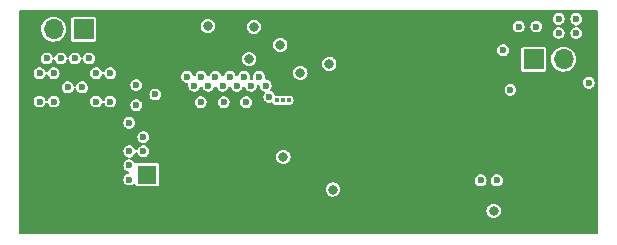
<source format=gbr>
%TF.GenerationSoftware,KiCad,Pcbnew,8.0.5*%
%TF.CreationDate,2024-10-12T15:51:15+02:00*%
%TF.ProjectId,DCDC_converter,44434443-5f63-46f6-9e76-65727465722e,rev?*%
%TF.SameCoordinates,Original*%
%TF.FileFunction,Copper,L2,Inr*%
%TF.FilePolarity,Positive*%
%FSLAX46Y46*%
G04 Gerber Fmt 4.6, Leading zero omitted, Abs format (unit mm)*
G04 Created by KiCad (PCBNEW 8.0.5) date 2024-10-12 15:51:15*
%MOMM*%
%LPD*%
G01*
G04 APERTURE LIST*
%TA.AperFunction,ComponentPad*%
%ADD10R,1.700000X1.700000*%
%TD*%
%TA.AperFunction,ComponentPad*%
%ADD11O,1.700000X1.700000*%
%TD*%
%TA.AperFunction,ComponentPad*%
%ADD12R,1.600000X1.600000*%
%TD*%
%TA.AperFunction,ComponentPad*%
%ADD13C,1.600000*%
%TD*%
%TA.AperFunction,ViaPad*%
%ADD14C,0.600000*%
%TD*%
%TA.AperFunction,ViaPad*%
%ADD15C,0.400000*%
%TD*%
%TA.AperFunction,ViaPad*%
%ADD16C,0.800000*%
%TD*%
G04 APERTURE END LIST*
D10*
%TO.N,GND*%
%TO.C,J4*%
X94037500Y-64830000D03*
D11*
X96577500Y-64830000D03*
%TD*%
D10*
%TO.N,+5V*%
%TO.C,J3*%
X94037500Y-54670000D03*
D11*
X96577500Y-54670000D03*
%TD*%
D12*
%TO.N,+24V*%
%TO.C,C1*%
X61317500Y-64440000D03*
D13*
%TO.N,GND*%
X63817500Y-64440000D03*
%TD*%
D10*
%TO.N,GND*%
%TO.C,J2*%
X55937500Y-67370000D03*
D11*
X53397500Y-67370000D03*
%TD*%
D10*
%TO.N,+24V*%
%TO.C,J1*%
X55937500Y-52130000D03*
D11*
X53397500Y-52130000D03*
%TD*%
D14*
%TO.N,GND*%
X67750000Y-64250000D03*
X51550000Y-61150000D03*
X65100000Y-53000000D03*
X70125000Y-60725000D03*
X75700000Y-51250000D03*
X56350000Y-62450000D03*
X62250000Y-68500000D03*
X56800000Y-64900000D03*
X68950000Y-61400000D03*
X71675000Y-60150000D03*
X64650000Y-68500000D03*
X69550000Y-62600000D03*
X92975000Y-59350000D03*
X67750000Y-66650000D03*
X60300000Y-53000000D03*
X84550000Y-68500000D03*
X63900000Y-51800000D03*
X53950000Y-63700000D03*
X57550000Y-61150000D03*
X75825000Y-60025000D03*
X96550000Y-59350000D03*
X81300000Y-66500000D03*
X94425000Y-61750000D03*
X81700000Y-51250000D03*
X85750000Y-68500000D03*
X57550000Y-63700000D03*
X71675000Y-59250000D03*
X66300000Y-66650000D03*
X94425000Y-59350000D03*
X83050000Y-52650000D03*
X52000000Y-64900000D03*
X55150000Y-61150000D03*
X79650000Y-54800000D03*
X98000000Y-59350000D03*
X98000000Y-61750000D03*
X62700000Y-53000000D03*
X71750000Y-68500000D03*
X94450000Y-68025000D03*
X81700000Y-54050000D03*
X61500000Y-51800000D03*
X65850000Y-68500000D03*
X85750000Y-66500000D03*
X52775000Y-62450000D03*
X76937500Y-60800000D03*
X61500000Y-54200000D03*
X63900000Y-54200000D03*
X67750000Y-61400000D03*
X80250000Y-52650000D03*
X84550000Y-66500000D03*
X66550000Y-61400000D03*
X96850000Y-68025000D03*
X67150000Y-62600000D03*
X76187500Y-61950000D03*
X85900000Y-54050000D03*
X51550000Y-63700000D03*
X66300000Y-64250000D03*
X85900000Y-51250000D03*
X68350000Y-62600000D03*
X74150000Y-68500000D03*
X67750000Y-65450000D03*
X53950000Y-61150000D03*
X80100000Y-66500000D03*
X66300000Y-65450000D03*
X81300000Y-68500000D03*
X96550000Y-61750000D03*
X78100000Y-51250000D03*
X55150000Y-63700000D03*
X61050000Y-68500000D03*
X70550000Y-68500000D03*
X80100000Y-68500000D03*
X92975000Y-61750000D03*
X75350000Y-68500000D03*
%TO.N,+24V*%
X59800000Y-63650000D03*
X60400000Y-56850000D03*
X61000000Y-61250000D03*
D15*
X72300000Y-58150000D03*
D14*
X71650000Y-57850000D03*
X52200000Y-55850000D03*
X69700000Y-58300000D03*
X65900000Y-56150000D03*
X69500000Y-56150000D03*
X68900000Y-56900000D03*
X67800000Y-58300000D03*
X70100000Y-56900000D03*
X60400000Y-58550000D03*
X67100000Y-56150000D03*
X53400000Y-58250000D03*
X58200000Y-55850000D03*
X55200000Y-54600000D03*
X52800000Y-54600000D03*
X57000000Y-55850000D03*
X57000000Y-58250000D03*
X71350000Y-56900000D03*
X67700000Y-56900000D03*
X54000000Y-54600000D03*
X65300000Y-56900000D03*
D15*
X73300000Y-58150000D03*
D14*
X52200000Y-58250000D03*
X68300000Y-56150000D03*
X70800000Y-56150000D03*
X59800000Y-62450000D03*
X58200000Y-58250000D03*
X53400000Y-55850000D03*
X64700000Y-56150000D03*
X56400000Y-54600000D03*
X65850000Y-58300000D03*
X54600000Y-57050000D03*
X62000000Y-57650000D03*
X66500000Y-56900000D03*
D15*
X72800000Y-58150000D03*
D14*
X59800000Y-60050000D03*
X59800000Y-64850000D03*
X61000000Y-62450000D03*
X55800000Y-57050000D03*
D16*
%TO.N,Net-(U1-EN)*%
X69950000Y-54650000D03*
X74287500Y-55837500D03*
%TO.N,VCC*%
X72850000Y-62950000D03*
X72587500Y-53450000D03*
X76737500Y-55050000D03*
D14*
%TO.N,+5V*%
X98700000Y-56650000D03*
X97650000Y-52450000D03*
X91450000Y-53900000D03*
X94275000Y-51900000D03*
X96150000Y-51250000D03*
X92075000Y-57250000D03*
D16*
X77037500Y-65700000D03*
D14*
X89550000Y-64925000D03*
X97650000Y-51250000D03*
X92775000Y-51900000D03*
X96150000Y-52450000D03*
X90925000Y-64925000D03*
D16*
X90650000Y-67500000D03*
%TO.N,Net-(D1-K)*%
X70337500Y-51912500D03*
X66450000Y-51850000D03*
%TD*%
%TA.AperFunction,Conductor*%
%TO.N,GND*%
G36*
X99442539Y-50520185D02*
G01*
X99488294Y-50572989D01*
X99499500Y-50624500D01*
X99499500Y-69375500D01*
X99479815Y-69442539D01*
X99427011Y-69488294D01*
X99375500Y-69499500D01*
X50624500Y-69499500D01*
X50557461Y-69479815D01*
X50511706Y-69427011D01*
X50500500Y-69375500D01*
X50500500Y-67499998D01*
X90044318Y-67499998D01*
X90044318Y-67500001D01*
X90064955Y-67656760D01*
X90064956Y-67656762D01*
X90125464Y-67802841D01*
X90221718Y-67928282D01*
X90347159Y-68024536D01*
X90493238Y-68085044D01*
X90571619Y-68095363D01*
X90649999Y-68105682D01*
X90650000Y-68105682D01*
X90650001Y-68105682D01*
X90702254Y-68098802D01*
X90806762Y-68085044D01*
X90952841Y-68024536D01*
X91078282Y-67928282D01*
X91174536Y-67802841D01*
X91235044Y-67656762D01*
X91255682Y-67500000D01*
X91235044Y-67343238D01*
X91174536Y-67197159D01*
X91078282Y-67071718D01*
X90952841Y-66975464D01*
X90806762Y-66914956D01*
X90806760Y-66914955D01*
X90650001Y-66894318D01*
X90649999Y-66894318D01*
X90493239Y-66914955D01*
X90493237Y-66914956D01*
X90347160Y-66975463D01*
X90221718Y-67071718D01*
X90125463Y-67197160D01*
X90064956Y-67343237D01*
X90064955Y-67343239D01*
X90044318Y-67499998D01*
X50500500Y-67499998D01*
X50500500Y-65699998D01*
X76431818Y-65699998D01*
X76431818Y-65700001D01*
X76452455Y-65856760D01*
X76452456Y-65856762D01*
X76512964Y-66002841D01*
X76609218Y-66128282D01*
X76734659Y-66224536D01*
X76880738Y-66285044D01*
X76959119Y-66295363D01*
X77037499Y-66305682D01*
X77037500Y-66305682D01*
X77037501Y-66305682D01*
X77089754Y-66298802D01*
X77194262Y-66285044D01*
X77340341Y-66224536D01*
X77465782Y-66128282D01*
X77562036Y-66002841D01*
X77622544Y-65856762D01*
X77643182Y-65700000D01*
X77622544Y-65543238D01*
X77562036Y-65397159D01*
X77465782Y-65271718D01*
X77340341Y-65175464D01*
X77194262Y-65114956D01*
X77194260Y-65114955D01*
X77037501Y-65094318D01*
X77037499Y-65094318D01*
X76880739Y-65114955D01*
X76880737Y-65114956D01*
X76734660Y-65175463D01*
X76609218Y-65271718D01*
X76512963Y-65397160D01*
X76452456Y-65543237D01*
X76452455Y-65543239D01*
X76431818Y-65699998D01*
X50500500Y-65699998D01*
X50500500Y-62450000D01*
X59294353Y-62450000D01*
X59314834Y-62592456D01*
X59339817Y-62647160D01*
X59374623Y-62723373D01*
X59468872Y-62832143D01*
X59546683Y-62882148D01*
X59589948Y-62909954D01*
X59661704Y-62931023D01*
X59720482Y-62968797D01*
X59749507Y-63032353D01*
X59739563Y-63101511D01*
X59693809Y-63154315D01*
X59661704Y-63168977D01*
X59589948Y-63190045D01*
X59468873Y-63267856D01*
X59374623Y-63376626D01*
X59374622Y-63376628D01*
X59314834Y-63507543D01*
X59294353Y-63650000D01*
X59314834Y-63792456D01*
X59374622Y-63923371D01*
X59374623Y-63923373D01*
X59468872Y-64032143D01*
X59546683Y-64082148D01*
X59589948Y-64109954D01*
X59661704Y-64131023D01*
X59720482Y-64168797D01*
X59749507Y-64232353D01*
X59739563Y-64301511D01*
X59693809Y-64354315D01*
X59661704Y-64368977D01*
X59589948Y-64390045D01*
X59468873Y-64467856D01*
X59374623Y-64576626D01*
X59374622Y-64576628D01*
X59314834Y-64707543D01*
X59294353Y-64850000D01*
X59314834Y-64992456D01*
X59370779Y-65114956D01*
X59374623Y-65123373D01*
X59468872Y-65232143D01*
X59589947Y-65309953D01*
X59589950Y-65309954D01*
X59589949Y-65309954D01*
X59728036Y-65350499D01*
X59728038Y-65350500D01*
X59728039Y-65350500D01*
X59871962Y-65350500D01*
X59871962Y-65350499D01*
X60010050Y-65309954D01*
X60010051Y-65309954D01*
X60010053Y-65309953D01*
X60131128Y-65232143D01*
X60131129Y-65232140D01*
X60137920Y-65227777D01*
X60204959Y-65208092D01*
X60271999Y-65227776D01*
X60317754Y-65280580D01*
X60326577Y-65307898D01*
X60328632Y-65318230D01*
X60372947Y-65384552D01*
X60439269Y-65428867D01*
X60439270Y-65428868D01*
X60497747Y-65440499D01*
X60497750Y-65440500D01*
X60497752Y-65440500D01*
X62137250Y-65440500D01*
X62137251Y-65440499D01*
X62152068Y-65437552D01*
X62195729Y-65428868D01*
X62195729Y-65428867D01*
X62195731Y-65428867D01*
X62262052Y-65384552D01*
X62306367Y-65318231D01*
X62306367Y-65318229D01*
X62306368Y-65318229D01*
X62317999Y-65259752D01*
X62318000Y-65259750D01*
X62318000Y-64925000D01*
X89044353Y-64925000D01*
X89064834Y-65067456D01*
X89086527Y-65114956D01*
X89124623Y-65198373D01*
X89218872Y-65307143D01*
X89339947Y-65384953D01*
X89339950Y-65384954D01*
X89339949Y-65384954D01*
X89478036Y-65425499D01*
X89478038Y-65425500D01*
X89478039Y-65425500D01*
X89621962Y-65425500D01*
X89621962Y-65425499D01*
X89760053Y-65384953D01*
X89881128Y-65307143D01*
X89975377Y-65198373D01*
X90035165Y-65067457D01*
X90055647Y-64925000D01*
X90419353Y-64925000D01*
X90439834Y-65067456D01*
X90461527Y-65114956D01*
X90499623Y-65198373D01*
X90593872Y-65307143D01*
X90714947Y-65384953D01*
X90714950Y-65384954D01*
X90714949Y-65384954D01*
X90853036Y-65425499D01*
X90853038Y-65425500D01*
X90853039Y-65425500D01*
X90996962Y-65425500D01*
X90996962Y-65425499D01*
X91135053Y-65384953D01*
X91256128Y-65307143D01*
X91350377Y-65198373D01*
X91410165Y-65067457D01*
X91430647Y-64925000D01*
X91410165Y-64782543D01*
X91350377Y-64651627D01*
X91256128Y-64542857D01*
X91135053Y-64465047D01*
X91135051Y-64465046D01*
X91135049Y-64465045D01*
X91135050Y-64465045D01*
X90996963Y-64424500D01*
X90996961Y-64424500D01*
X90853039Y-64424500D01*
X90853036Y-64424500D01*
X90714949Y-64465045D01*
X90593873Y-64542856D01*
X90499623Y-64651626D01*
X90499622Y-64651628D01*
X90439834Y-64782543D01*
X90419353Y-64925000D01*
X90055647Y-64925000D01*
X90035165Y-64782543D01*
X89975377Y-64651627D01*
X89881128Y-64542857D01*
X89760053Y-64465047D01*
X89760051Y-64465046D01*
X89760049Y-64465045D01*
X89760050Y-64465045D01*
X89621963Y-64424500D01*
X89621961Y-64424500D01*
X89478039Y-64424500D01*
X89478036Y-64424500D01*
X89339949Y-64465045D01*
X89218873Y-64542856D01*
X89124623Y-64651626D01*
X89124622Y-64651628D01*
X89064834Y-64782543D01*
X89044353Y-64925000D01*
X62318000Y-64925000D01*
X62318000Y-63620249D01*
X62317999Y-63620247D01*
X62306368Y-63561770D01*
X62306367Y-63561769D01*
X62262052Y-63495447D01*
X62195730Y-63451132D01*
X62195729Y-63451131D01*
X62137252Y-63439500D01*
X62137248Y-63439500D01*
X60497752Y-63439500D01*
X60497747Y-63439500D01*
X60439270Y-63451131D01*
X60439267Y-63451133D01*
X60422607Y-63462265D01*
X60355929Y-63483141D01*
X60288550Y-63464655D01*
X60241861Y-63412675D01*
X60240966Y-63410762D01*
X60225377Y-63376627D01*
X60131128Y-63267857D01*
X60010053Y-63190047D01*
X60010051Y-63190046D01*
X60010049Y-63190045D01*
X60010050Y-63190045D01*
X59938296Y-63168977D01*
X59879518Y-63131203D01*
X59850492Y-63067648D01*
X59860435Y-62998489D01*
X59906190Y-62945685D01*
X59938296Y-62931023D01*
X60010050Y-62909954D01*
X60010050Y-62909953D01*
X60010053Y-62909953D01*
X60131128Y-62832143D01*
X60225377Y-62723373D01*
X60285165Y-62592457D01*
X60285165Y-62592455D01*
X60287206Y-62587987D01*
X60332961Y-62535183D01*
X60400000Y-62515499D01*
X60467040Y-62535184D01*
X60512794Y-62587987D01*
X60514834Y-62592455D01*
X60514835Y-62592457D01*
X60574623Y-62723373D01*
X60668872Y-62832143D01*
X60789947Y-62909953D01*
X60789950Y-62909954D01*
X60789949Y-62909954D01*
X60897107Y-62941417D01*
X60926336Y-62950000D01*
X60928036Y-62950499D01*
X60928038Y-62950500D01*
X60928039Y-62950500D01*
X61071962Y-62950500D01*
X61071962Y-62950499D01*
X61073668Y-62949998D01*
X72244318Y-62949998D01*
X72244318Y-62950001D01*
X72264955Y-63106760D01*
X72264956Y-63106762D01*
X72325464Y-63252841D01*
X72421718Y-63378282D01*
X72547159Y-63474536D01*
X72693238Y-63535044D01*
X72771619Y-63545363D01*
X72849999Y-63555682D01*
X72850000Y-63555682D01*
X72850001Y-63555682D01*
X72902254Y-63548802D01*
X73006762Y-63535044D01*
X73152841Y-63474536D01*
X73278282Y-63378282D01*
X73374536Y-63252841D01*
X73435044Y-63106762D01*
X73455682Y-62950000D01*
X73435044Y-62793238D01*
X73374536Y-62647159D01*
X73278282Y-62521718D01*
X73152841Y-62425464D01*
X73006762Y-62364956D01*
X73006760Y-62364955D01*
X72850001Y-62344318D01*
X72849999Y-62344318D01*
X72693239Y-62364955D01*
X72693237Y-62364956D01*
X72547160Y-62425463D01*
X72421718Y-62521718D01*
X72325463Y-62647160D01*
X72264956Y-62793237D01*
X72264955Y-62793239D01*
X72244318Y-62949998D01*
X61073668Y-62949998D01*
X61210053Y-62909953D01*
X61331128Y-62832143D01*
X61425377Y-62723373D01*
X61485165Y-62592457D01*
X61505647Y-62450000D01*
X61485165Y-62307543D01*
X61425377Y-62176627D01*
X61331128Y-62067857D01*
X61210053Y-61990047D01*
X61210051Y-61990046D01*
X61210049Y-61990045D01*
X61210050Y-61990045D01*
X61138296Y-61968977D01*
X61079518Y-61931203D01*
X61050492Y-61867648D01*
X61060435Y-61798489D01*
X61106190Y-61745685D01*
X61138296Y-61731023D01*
X61210050Y-61709954D01*
X61210050Y-61709953D01*
X61210053Y-61709953D01*
X61331128Y-61632143D01*
X61425377Y-61523373D01*
X61485165Y-61392457D01*
X61505647Y-61250000D01*
X61485165Y-61107543D01*
X61425377Y-60976627D01*
X61331128Y-60867857D01*
X61210053Y-60790047D01*
X61210051Y-60790046D01*
X61210049Y-60790045D01*
X61210050Y-60790045D01*
X61071963Y-60749500D01*
X61071961Y-60749500D01*
X60928039Y-60749500D01*
X60928036Y-60749500D01*
X60789949Y-60790045D01*
X60668873Y-60867856D01*
X60574623Y-60976626D01*
X60574622Y-60976628D01*
X60514834Y-61107543D01*
X60494353Y-61250000D01*
X60514834Y-61392456D01*
X60574622Y-61523371D01*
X60574623Y-61523373D01*
X60668872Y-61632143D01*
X60746683Y-61682148D01*
X60789948Y-61709954D01*
X60861704Y-61731023D01*
X60920482Y-61768797D01*
X60949507Y-61832353D01*
X60939563Y-61901511D01*
X60893809Y-61954315D01*
X60861704Y-61968977D01*
X60789948Y-61990045D01*
X60668873Y-62067856D01*
X60574623Y-62176626D01*
X60574622Y-62176628D01*
X60512794Y-62312012D01*
X60467039Y-62364816D01*
X60400000Y-62384500D01*
X60332960Y-62364815D01*
X60287206Y-62312012D01*
X60225377Y-62176628D01*
X60225376Y-62176626D01*
X60131128Y-62067857D01*
X60010053Y-61990047D01*
X60010051Y-61990046D01*
X60010049Y-61990045D01*
X60010050Y-61990045D01*
X59871963Y-61949500D01*
X59871961Y-61949500D01*
X59728039Y-61949500D01*
X59728036Y-61949500D01*
X59589949Y-61990045D01*
X59468873Y-62067856D01*
X59374623Y-62176626D01*
X59374622Y-62176628D01*
X59314834Y-62307543D01*
X59294353Y-62450000D01*
X50500500Y-62450000D01*
X50500500Y-60050000D01*
X59294353Y-60050000D01*
X59314834Y-60192456D01*
X59374622Y-60323371D01*
X59374623Y-60323373D01*
X59468872Y-60432143D01*
X59589947Y-60509953D01*
X59589950Y-60509954D01*
X59589949Y-60509954D01*
X59728036Y-60550499D01*
X59728038Y-60550500D01*
X59728039Y-60550500D01*
X59871962Y-60550500D01*
X59871962Y-60550499D01*
X60010053Y-60509953D01*
X60131128Y-60432143D01*
X60225377Y-60323373D01*
X60285165Y-60192457D01*
X60305647Y-60050000D01*
X60285165Y-59907543D01*
X60225377Y-59776627D01*
X60131128Y-59667857D01*
X60010053Y-59590047D01*
X60010051Y-59590046D01*
X60010049Y-59590045D01*
X60010050Y-59590045D01*
X59871963Y-59549500D01*
X59871961Y-59549500D01*
X59728039Y-59549500D01*
X59728036Y-59549500D01*
X59589949Y-59590045D01*
X59468873Y-59667856D01*
X59374623Y-59776626D01*
X59374622Y-59776628D01*
X59314834Y-59907543D01*
X59294353Y-60050000D01*
X50500500Y-60050000D01*
X50500500Y-58250000D01*
X51694353Y-58250000D01*
X51714834Y-58392456D01*
X51753924Y-58478050D01*
X51774623Y-58523373D01*
X51868872Y-58632143D01*
X51989947Y-58709953D01*
X51989950Y-58709954D01*
X51989949Y-58709954D01*
X52128036Y-58750499D01*
X52128038Y-58750500D01*
X52128039Y-58750500D01*
X52271962Y-58750500D01*
X52271962Y-58750499D01*
X52410053Y-58709953D01*
X52531128Y-58632143D01*
X52625377Y-58523373D01*
X52685165Y-58392457D01*
X52685165Y-58392455D01*
X52687206Y-58387987D01*
X52732961Y-58335183D01*
X52800000Y-58315499D01*
X52867040Y-58335184D01*
X52912794Y-58387987D01*
X52914834Y-58392455D01*
X52914835Y-58392457D01*
X52974623Y-58523373D01*
X53068872Y-58632143D01*
X53189947Y-58709953D01*
X53189950Y-58709954D01*
X53189949Y-58709954D01*
X53328036Y-58750499D01*
X53328038Y-58750500D01*
X53328039Y-58750500D01*
X53471962Y-58750500D01*
X53471962Y-58750499D01*
X53610053Y-58709953D01*
X53731128Y-58632143D01*
X53825377Y-58523373D01*
X53885165Y-58392457D01*
X53905647Y-58250000D01*
X56494353Y-58250000D01*
X56514834Y-58392456D01*
X56553924Y-58478050D01*
X56574623Y-58523373D01*
X56668872Y-58632143D01*
X56789947Y-58709953D01*
X56789950Y-58709954D01*
X56789949Y-58709954D01*
X56928036Y-58750499D01*
X56928038Y-58750500D01*
X56928039Y-58750500D01*
X57071962Y-58750500D01*
X57071962Y-58750499D01*
X57210053Y-58709953D01*
X57331128Y-58632143D01*
X57425377Y-58523373D01*
X57485165Y-58392457D01*
X57485165Y-58392455D01*
X57487206Y-58387987D01*
X57532961Y-58335183D01*
X57600000Y-58315499D01*
X57667040Y-58335184D01*
X57712794Y-58387987D01*
X57714834Y-58392455D01*
X57714835Y-58392457D01*
X57774623Y-58523373D01*
X57868872Y-58632143D01*
X57989947Y-58709953D01*
X57989950Y-58709954D01*
X57989949Y-58709954D01*
X58128036Y-58750499D01*
X58128038Y-58750500D01*
X58128039Y-58750500D01*
X58271962Y-58750500D01*
X58271962Y-58750499D01*
X58410053Y-58709953D01*
X58531128Y-58632143D01*
X58602305Y-58550000D01*
X59894353Y-58550000D01*
X59914834Y-58692456D01*
X59945660Y-58759954D01*
X59974623Y-58823373D01*
X60068872Y-58932143D01*
X60189947Y-59009953D01*
X60189950Y-59009954D01*
X60189949Y-59009954D01*
X60328036Y-59050499D01*
X60328038Y-59050500D01*
X60328039Y-59050500D01*
X60471962Y-59050500D01*
X60471962Y-59050499D01*
X60610053Y-59009953D01*
X60731128Y-58932143D01*
X60825377Y-58823373D01*
X60885165Y-58692457D01*
X60905647Y-58550000D01*
X60885165Y-58407543D01*
X60836051Y-58300000D01*
X65344353Y-58300000D01*
X65364834Y-58442456D01*
X65407393Y-58535646D01*
X65424623Y-58573373D01*
X65518872Y-58682143D01*
X65639947Y-58759953D01*
X65639950Y-58759954D01*
X65639949Y-58759954D01*
X65778036Y-58800499D01*
X65778038Y-58800500D01*
X65778039Y-58800500D01*
X65921962Y-58800500D01*
X65921962Y-58800499D01*
X66060053Y-58759953D01*
X66181128Y-58682143D01*
X66275377Y-58573373D01*
X66335165Y-58442457D01*
X66355647Y-58300000D01*
X67294353Y-58300000D01*
X67314834Y-58442456D01*
X67357393Y-58535646D01*
X67374623Y-58573373D01*
X67468872Y-58682143D01*
X67589947Y-58759953D01*
X67589950Y-58759954D01*
X67589949Y-58759954D01*
X67728036Y-58800499D01*
X67728038Y-58800500D01*
X67728039Y-58800500D01*
X67871962Y-58800500D01*
X67871962Y-58800499D01*
X68010053Y-58759953D01*
X68131128Y-58682143D01*
X68225377Y-58573373D01*
X68285165Y-58442457D01*
X68305647Y-58300000D01*
X69194353Y-58300000D01*
X69214834Y-58442456D01*
X69257393Y-58535646D01*
X69274623Y-58573373D01*
X69368872Y-58682143D01*
X69489947Y-58759953D01*
X69489950Y-58759954D01*
X69489949Y-58759954D01*
X69628036Y-58800499D01*
X69628038Y-58800500D01*
X69628039Y-58800500D01*
X69771962Y-58800500D01*
X69771962Y-58800499D01*
X69910053Y-58759953D01*
X70031128Y-58682143D01*
X70125377Y-58573373D01*
X70185165Y-58442457D01*
X70205647Y-58300000D01*
X70185165Y-58157543D01*
X70125377Y-58026627D01*
X70031128Y-57917857D01*
X69910053Y-57840047D01*
X69910051Y-57840046D01*
X69910049Y-57840045D01*
X69910050Y-57840045D01*
X69771963Y-57799500D01*
X69771961Y-57799500D01*
X69628039Y-57799500D01*
X69628036Y-57799500D01*
X69489949Y-57840045D01*
X69368873Y-57917856D01*
X69274623Y-58026626D01*
X69274622Y-58026628D01*
X69214834Y-58157543D01*
X69194353Y-58300000D01*
X68305647Y-58300000D01*
X68285165Y-58157543D01*
X68225377Y-58026627D01*
X68131128Y-57917857D01*
X68010053Y-57840047D01*
X68010051Y-57840046D01*
X68010049Y-57840045D01*
X68010050Y-57840045D01*
X67871963Y-57799500D01*
X67871961Y-57799500D01*
X67728039Y-57799500D01*
X67728036Y-57799500D01*
X67589949Y-57840045D01*
X67468873Y-57917856D01*
X67374623Y-58026626D01*
X67374622Y-58026628D01*
X67314834Y-58157543D01*
X67294353Y-58300000D01*
X66355647Y-58300000D01*
X66335165Y-58157543D01*
X66275377Y-58026627D01*
X66181128Y-57917857D01*
X66060053Y-57840047D01*
X66060051Y-57840046D01*
X66060049Y-57840045D01*
X66060050Y-57840045D01*
X65921963Y-57799500D01*
X65921961Y-57799500D01*
X65778039Y-57799500D01*
X65778036Y-57799500D01*
X65639949Y-57840045D01*
X65518873Y-57917856D01*
X65424623Y-58026626D01*
X65424622Y-58026628D01*
X65364834Y-58157543D01*
X65344353Y-58300000D01*
X60836051Y-58300000D01*
X60825377Y-58276627D01*
X60731128Y-58167857D01*
X60610053Y-58090047D01*
X60610051Y-58090046D01*
X60610049Y-58090045D01*
X60610050Y-58090045D01*
X60471963Y-58049500D01*
X60471961Y-58049500D01*
X60328039Y-58049500D01*
X60328036Y-58049500D01*
X60189949Y-58090045D01*
X60068873Y-58167856D01*
X59974623Y-58276626D01*
X59974622Y-58276628D01*
X59914834Y-58407543D01*
X59894353Y-58550000D01*
X58602305Y-58550000D01*
X58625377Y-58523373D01*
X58685165Y-58392457D01*
X58705647Y-58250000D01*
X58685165Y-58107543D01*
X58625377Y-57976627D01*
X58531128Y-57867857D01*
X58410053Y-57790047D01*
X58410051Y-57790046D01*
X58410049Y-57790045D01*
X58410050Y-57790045D01*
X58271963Y-57749500D01*
X58271961Y-57749500D01*
X58128039Y-57749500D01*
X58128036Y-57749500D01*
X57989949Y-57790045D01*
X57868873Y-57867856D01*
X57774623Y-57976626D01*
X57774622Y-57976628D01*
X57712794Y-58112012D01*
X57667039Y-58164816D01*
X57600000Y-58184500D01*
X57532960Y-58164815D01*
X57487206Y-58112012D01*
X57458657Y-58049500D01*
X57425377Y-57976627D01*
X57331128Y-57867857D01*
X57210053Y-57790047D01*
X57210051Y-57790046D01*
X57210049Y-57790045D01*
X57210050Y-57790045D01*
X57071963Y-57749500D01*
X57071961Y-57749500D01*
X56928039Y-57749500D01*
X56928036Y-57749500D01*
X56789949Y-57790045D01*
X56668873Y-57867856D01*
X56574623Y-57976626D01*
X56574622Y-57976628D01*
X56514834Y-58107543D01*
X56494353Y-58250000D01*
X53905647Y-58250000D01*
X53885165Y-58107543D01*
X53825377Y-57976627D01*
X53731128Y-57867857D01*
X53610053Y-57790047D01*
X53610051Y-57790046D01*
X53610049Y-57790045D01*
X53610050Y-57790045D01*
X53471963Y-57749500D01*
X53471961Y-57749500D01*
X53328039Y-57749500D01*
X53328036Y-57749500D01*
X53189949Y-57790045D01*
X53068873Y-57867856D01*
X52974623Y-57976626D01*
X52974622Y-57976628D01*
X52912794Y-58112012D01*
X52867039Y-58164816D01*
X52800000Y-58184500D01*
X52732960Y-58164815D01*
X52687206Y-58112012D01*
X52658657Y-58049500D01*
X52625377Y-57976627D01*
X52531128Y-57867857D01*
X52410053Y-57790047D01*
X52410051Y-57790046D01*
X52410049Y-57790045D01*
X52410050Y-57790045D01*
X52271963Y-57749500D01*
X52271961Y-57749500D01*
X52128039Y-57749500D01*
X52128036Y-57749500D01*
X51989949Y-57790045D01*
X51868873Y-57867856D01*
X51774623Y-57976626D01*
X51774622Y-57976628D01*
X51714834Y-58107543D01*
X51694353Y-58250000D01*
X50500500Y-58250000D01*
X50500500Y-57650000D01*
X61494353Y-57650000D01*
X61514834Y-57792456D01*
X61541114Y-57850000D01*
X61574623Y-57923373D01*
X61668872Y-58032143D01*
X61789947Y-58109953D01*
X61789950Y-58109954D01*
X61789949Y-58109954D01*
X61897107Y-58141417D01*
X61926346Y-58150003D01*
X61928036Y-58150499D01*
X61928038Y-58150500D01*
X61928039Y-58150500D01*
X62071962Y-58150500D01*
X62071962Y-58150499D01*
X62210053Y-58109953D01*
X62331128Y-58032143D01*
X62425377Y-57923373D01*
X62485165Y-57792457D01*
X62505647Y-57650000D01*
X62485165Y-57507543D01*
X62425377Y-57376627D01*
X62331128Y-57267857D01*
X62210053Y-57190047D01*
X62210051Y-57190046D01*
X62210049Y-57190045D01*
X62210050Y-57190045D01*
X62071963Y-57149500D01*
X62071961Y-57149500D01*
X61928039Y-57149500D01*
X61928036Y-57149500D01*
X61789949Y-57190045D01*
X61668873Y-57267856D01*
X61574623Y-57376626D01*
X61574622Y-57376628D01*
X61514834Y-57507543D01*
X61494353Y-57650000D01*
X50500500Y-57650000D01*
X50500500Y-57050000D01*
X54094353Y-57050000D01*
X54114834Y-57192456D01*
X54168494Y-57309953D01*
X54174623Y-57323373D01*
X54268872Y-57432143D01*
X54389947Y-57509953D01*
X54389950Y-57509954D01*
X54389949Y-57509954D01*
X54528036Y-57550499D01*
X54528038Y-57550500D01*
X54528039Y-57550500D01*
X54671962Y-57550500D01*
X54671962Y-57550499D01*
X54810053Y-57509953D01*
X54931128Y-57432143D01*
X55025377Y-57323373D01*
X55085165Y-57192457D01*
X55085165Y-57192455D01*
X55087206Y-57187987D01*
X55132961Y-57135183D01*
X55200000Y-57115499D01*
X55267040Y-57135184D01*
X55312794Y-57187987D01*
X55314834Y-57192455D01*
X55314835Y-57192457D01*
X55374623Y-57323373D01*
X55468872Y-57432143D01*
X55589947Y-57509953D01*
X55589950Y-57509954D01*
X55589949Y-57509954D01*
X55728036Y-57550499D01*
X55728038Y-57550500D01*
X55728039Y-57550500D01*
X55871962Y-57550500D01*
X55871962Y-57550499D01*
X56010053Y-57509953D01*
X56131128Y-57432143D01*
X56225377Y-57323373D01*
X56285165Y-57192457D01*
X56305647Y-57050000D01*
X56285165Y-56907543D01*
X56258886Y-56850000D01*
X59894353Y-56850000D01*
X59914834Y-56992456D01*
X59968494Y-57109953D01*
X59974623Y-57123373D01*
X60068872Y-57232143D01*
X60189947Y-57309953D01*
X60189950Y-57309954D01*
X60189949Y-57309954D01*
X60297107Y-57341417D01*
X60324633Y-57349500D01*
X60328036Y-57350499D01*
X60328038Y-57350500D01*
X60328039Y-57350500D01*
X60471962Y-57350500D01*
X60471962Y-57350499D01*
X60610053Y-57309953D01*
X60731128Y-57232143D01*
X60825377Y-57123373D01*
X60885165Y-56992457D01*
X60905647Y-56850000D01*
X60885165Y-56707543D01*
X60825377Y-56576627D01*
X60731128Y-56467857D01*
X60610053Y-56390047D01*
X60610051Y-56390046D01*
X60610049Y-56390045D01*
X60610050Y-56390045D01*
X60471963Y-56349500D01*
X60471961Y-56349500D01*
X60328039Y-56349500D01*
X60328036Y-56349500D01*
X60189949Y-56390045D01*
X60068873Y-56467856D01*
X59974623Y-56576626D01*
X59974622Y-56576628D01*
X59914834Y-56707543D01*
X59894353Y-56850000D01*
X56258886Y-56850000D01*
X56225377Y-56776627D01*
X56131128Y-56667857D01*
X56010053Y-56590047D01*
X56010051Y-56590046D01*
X56010049Y-56590045D01*
X56010050Y-56590045D01*
X55871963Y-56549500D01*
X55871961Y-56549500D01*
X55728039Y-56549500D01*
X55728036Y-56549500D01*
X55589949Y-56590045D01*
X55468873Y-56667856D01*
X55374623Y-56776626D01*
X55374622Y-56776628D01*
X55312794Y-56912012D01*
X55267039Y-56964816D01*
X55200000Y-56984500D01*
X55132960Y-56964815D01*
X55087206Y-56912012D01*
X55058886Y-56850000D01*
X55025377Y-56776627D01*
X54931128Y-56667857D01*
X54810053Y-56590047D01*
X54810051Y-56590046D01*
X54810049Y-56590045D01*
X54810050Y-56590045D01*
X54671963Y-56549500D01*
X54671961Y-56549500D01*
X54528039Y-56549500D01*
X54528036Y-56549500D01*
X54389949Y-56590045D01*
X54268873Y-56667856D01*
X54174623Y-56776626D01*
X54174622Y-56776628D01*
X54114834Y-56907543D01*
X54094353Y-57050000D01*
X50500500Y-57050000D01*
X50500500Y-55850000D01*
X51694353Y-55850000D01*
X51714834Y-55992456D01*
X51756870Y-56084500D01*
X51774623Y-56123373D01*
X51868872Y-56232143D01*
X51989947Y-56309953D01*
X51989950Y-56309954D01*
X51989949Y-56309954D01*
X52097107Y-56341417D01*
X52124633Y-56349500D01*
X52128036Y-56350499D01*
X52128038Y-56350500D01*
X52128039Y-56350500D01*
X52271962Y-56350500D01*
X52271962Y-56350499D01*
X52410053Y-56309953D01*
X52531128Y-56232143D01*
X52625377Y-56123373D01*
X52685165Y-55992457D01*
X52685165Y-55992455D01*
X52687206Y-55987987D01*
X52732961Y-55935183D01*
X52800000Y-55915499D01*
X52867040Y-55935184D01*
X52912794Y-55987987D01*
X52914834Y-55992455D01*
X52914835Y-55992457D01*
X52974623Y-56123373D01*
X53068872Y-56232143D01*
X53189947Y-56309953D01*
X53189950Y-56309954D01*
X53189949Y-56309954D01*
X53297107Y-56341417D01*
X53324633Y-56349500D01*
X53328036Y-56350499D01*
X53328038Y-56350500D01*
X53328039Y-56350500D01*
X53471962Y-56350500D01*
X53471962Y-56350499D01*
X53610053Y-56309953D01*
X53731128Y-56232143D01*
X53825377Y-56123373D01*
X53885165Y-55992457D01*
X53905647Y-55850000D01*
X56494353Y-55850000D01*
X56514834Y-55992456D01*
X56556870Y-56084500D01*
X56574623Y-56123373D01*
X56668872Y-56232143D01*
X56789947Y-56309953D01*
X56789950Y-56309954D01*
X56789949Y-56309954D01*
X56897107Y-56341417D01*
X56924633Y-56349500D01*
X56928036Y-56350499D01*
X56928038Y-56350500D01*
X56928039Y-56350500D01*
X57071962Y-56350500D01*
X57071962Y-56350499D01*
X57210053Y-56309953D01*
X57331128Y-56232143D01*
X57425377Y-56123373D01*
X57485165Y-55992457D01*
X57485165Y-55992455D01*
X57487206Y-55987987D01*
X57532961Y-55935183D01*
X57600000Y-55915499D01*
X57667040Y-55935184D01*
X57712794Y-55987987D01*
X57714834Y-55992455D01*
X57714835Y-55992457D01*
X57774623Y-56123373D01*
X57868872Y-56232143D01*
X57989947Y-56309953D01*
X57989950Y-56309954D01*
X57989949Y-56309954D01*
X58097107Y-56341417D01*
X58124633Y-56349500D01*
X58128036Y-56350499D01*
X58128038Y-56350500D01*
X58128039Y-56350500D01*
X58271962Y-56350500D01*
X58271962Y-56350499D01*
X58410053Y-56309953D01*
X58531128Y-56232143D01*
X58602305Y-56150000D01*
X64194353Y-56150000D01*
X64214834Y-56292456D01*
X64255152Y-56380739D01*
X64274623Y-56423373D01*
X64368872Y-56532143D01*
X64489947Y-56609953D01*
X64489950Y-56609954D01*
X64489949Y-56609954D01*
X64597107Y-56641417D01*
X64626336Y-56650000D01*
X64628036Y-56650499D01*
X64628038Y-56650500D01*
X64687122Y-56650500D01*
X64754161Y-56670185D01*
X64799916Y-56722989D01*
X64809859Y-56792146D01*
X64809815Y-56792457D01*
X64794353Y-56900000D01*
X64814834Y-57042456D01*
X64857182Y-57135183D01*
X64874623Y-57173373D01*
X64968872Y-57282143D01*
X65089947Y-57359953D01*
X65089950Y-57359954D01*
X65089949Y-57359954D01*
X65192432Y-57390045D01*
X65224868Y-57399569D01*
X65228036Y-57400499D01*
X65228038Y-57400500D01*
X65228039Y-57400500D01*
X65371962Y-57400500D01*
X65371962Y-57400499D01*
X65510053Y-57359953D01*
X65631128Y-57282143D01*
X65725377Y-57173373D01*
X65785165Y-57042457D01*
X65785165Y-57042455D01*
X65787206Y-57037987D01*
X65832961Y-56985183D01*
X65900000Y-56965499D01*
X65967040Y-56985184D01*
X66012794Y-57037987D01*
X66014834Y-57042455D01*
X66014835Y-57042457D01*
X66074623Y-57173373D01*
X66168872Y-57282143D01*
X66289947Y-57359953D01*
X66289950Y-57359954D01*
X66289949Y-57359954D01*
X66392432Y-57390045D01*
X66424868Y-57399569D01*
X66428036Y-57400499D01*
X66428038Y-57400500D01*
X66428039Y-57400500D01*
X66571962Y-57400500D01*
X66571962Y-57400499D01*
X66710053Y-57359953D01*
X66831128Y-57282143D01*
X66925377Y-57173373D01*
X66985165Y-57042457D01*
X66985165Y-57042455D01*
X66987206Y-57037987D01*
X67032961Y-56985183D01*
X67100000Y-56965499D01*
X67167040Y-56985184D01*
X67212794Y-57037987D01*
X67214834Y-57042455D01*
X67214835Y-57042457D01*
X67274623Y-57173373D01*
X67368872Y-57282143D01*
X67489947Y-57359953D01*
X67489950Y-57359954D01*
X67489949Y-57359954D01*
X67592432Y-57390045D01*
X67624868Y-57399569D01*
X67628036Y-57400499D01*
X67628038Y-57400500D01*
X67628039Y-57400500D01*
X67771962Y-57400500D01*
X67771962Y-57400499D01*
X67910053Y-57359953D01*
X68031128Y-57282143D01*
X68125377Y-57173373D01*
X68185165Y-57042457D01*
X68185165Y-57042455D01*
X68187206Y-57037987D01*
X68232961Y-56985183D01*
X68300000Y-56965499D01*
X68367040Y-56985184D01*
X68412794Y-57037987D01*
X68414834Y-57042455D01*
X68414835Y-57042457D01*
X68474623Y-57173373D01*
X68568872Y-57282143D01*
X68689947Y-57359953D01*
X68689950Y-57359954D01*
X68689949Y-57359954D01*
X68792432Y-57390045D01*
X68824868Y-57399569D01*
X68828036Y-57400499D01*
X68828038Y-57400500D01*
X68828039Y-57400500D01*
X68971962Y-57400500D01*
X68971962Y-57400499D01*
X69110053Y-57359953D01*
X69231128Y-57282143D01*
X69325377Y-57173373D01*
X69385165Y-57042457D01*
X69385165Y-57042455D01*
X69387206Y-57037987D01*
X69432961Y-56985183D01*
X69500000Y-56965499D01*
X69567040Y-56985184D01*
X69612794Y-57037987D01*
X69614834Y-57042455D01*
X69614835Y-57042457D01*
X69674623Y-57173373D01*
X69768872Y-57282143D01*
X69889947Y-57359953D01*
X69889950Y-57359954D01*
X69889949Y-57359954D01*
X69992432Y-57390045D01*
X70024868Y-57399569D01*
X70028036Y-57400499D01*
X70028038Y-57400500D01*
X70028039Y-57400500D01*
X70171962Y-57400500D01*
X70171962Y-57400499D01*
X70310053Y-57359953D01*
X70431128Y-57282143D01*
X70525377Y-57173373D01*
X70585165Y-57042457D01*
X70602262Y-56923542D01*
X70631287Y-56859988D01*
X70690065Y-56822213D01*
X70759935Y-56822213D01*
X70818713Y-56859987D01*
X70847738Y-56923543D01*
X70864834Y-57042456D01*
X70907182Y-57135183D01*
X70924623Y-57173373D01*
X71018872Y-57282143D01*
X71139947Y-57359953D01*
X71171984Y-57369359D01*
X71230762Y-57407133D01*
X71259788Y-57470688D01*
X71249845Y-57539847D01*
X71230767Y-57569535D01*
X71224625Y-57576623D01*
X71224622Y-57576628D01*
X71164834Y-57707543D01*
X71144353Y-57850000D01*
X71164834Y-57992456D01*
X71224622Y-58123371D01*
X71224623Y-58123373D01*
X71318872Y-58232143D01*
X71439947Y-58309953D01*
X71439950Y-58309954D01*
X71439949Y-58309954D01*
X71578036Y-58350499D01*
X71578038Y-58350500D01*
X71578039Y-58350500D01*
X71721961Y-58350500D01*
X71823932Y-58320559D01*
X71893801Y-58320559D01*
X71952579Y-58358333D01*
X71969348Y-58383236D01*
X71971950Y-58388342D01*
X71971952Y-58388344D01*
X71971954Y-58388347D01*
X72061652Y-58478045D01*
X72061654Y-58478046D01*
X72061658Y-58478050D01*
X72174696Y-58535646D01*
X72174697Y-58535646D01*
X72174699Y-58535647D01*
X72299997Y-58555492D01*
X72300000Y-58555492D01*
X72300003Y-58555492D01*
X72425300Y-58535647D01*
X72425302Y-58535646D01*
X72425304Y-58535646D01*
X72493704Y-58500793D01*
X72562374Y-58487897D01*
X72606294Y-58500793D01*
X72650605Y-58523371D01*
X72674696Y-58535646D01*
X72674699Y-58535647D01*
X72799997Y-58555492D01*
X72800000Y-58555492D01*
X72800003Y-58555492D01*
X72925300Y-58535647D01*
X72925302Y-58535646D01*
X72925304Y-58535646D01*
X72993704Y-58500793D01*
X73062374Y-58487897D01*
X73106294Y-58500793D01*
X73150605Y-58523371D01*
X73174696Y-58535646D01*
X73174699Y-58535647D01*
X73299997Y-58555492D01*
X73300000Y-58555492D01*
X73300003Y-58555492D01*
X73425300Y-58535647D01*
X73425301Y-58535647D01*
X73425302Y-58535646D01*
X73425304Y-58535646D01*
X73538342Y-58478050D01*
X73628050Y-58388342D01*
X73685646Y-58275304D01*
X73685646Y-58275302D01*
X73685647Y-58275301D01*
X73685647Y-58275300D01*
X73705492Y-58150003D01*
X73705492Y-58149996D01*
X73685647Y-58024699D01*
X73685647Y-58024698D01*
X73669219Y-57992457D01*
X73628050Y-57911658D01*
X73628046Y-57911654D01*
X73628045Y-57911652D01*
X73538347Y-57821954D01*
X73538344Y-57821952D01*
X73538342Y-57821950D01*
X73425304Y-57764354D01*
X73425303Y-57764353D01*
X73425300Y-57764352D01*
X73300003Y-57744508D01*
X73299997Y-57744508D01*
X73174699Y-57764352D01*
X73174695Y-57764353D01*
X73106294Y-57799206D01*
X73037625Y-57812102D01*
X72993706Y-57799206D01*
X72925304Y-57764353D01*
X72925300Y-57764352D01*
X72800003Y-57744508D01*
X72799997Y-57744508D01*
X72674699Y-57764352D01*
X72674695Y-57764353D01*
X72606294Y-57799206D01*
X72537625Y-57812102D01*
X72493706Y-57799206D01*
X72425304Y-57764353D01*
X72425300Y-57764352D01*
X72300003Y-57744508D01*
X72299997Y-57744508D01*
X72255079Y-57751622D01*
X72185786Y-57742667D01*
X72132334Y-57697671D01*
X72122888Y-57680661D01*
X72075377Y-57576627D01*
X71981128Y-57467857D01*
X71863803Y-57392457D01*
X71860050Y-57390045D01*
X71828014Y-57380639D01*
X71769236Y-57342865D01*
X71740211Y-57279309D01*
X71744425Y-57250000D01*
X91569353Y-57250000D01*
X91589834Y-57392456D01*
X91643494Y-57509953D01*
X91649623Y-57523373D01*
X91743872Y-57632143D01*
X91864947Y-57709953D01*
X91864950Y-57709954D01*
X91864949Y-57709954D01*
X91972107Y-57741417D01*
X91999633Y-57749500D01*
X92003036Y-57750499D01*
X92003038Y-57750500D01*
X92003039Y-57750500D01*
X92146962Y-57750500D01*
X92146962Y-57750499D01*
X92285053Y-57709953D01*
X92406128Y-57632143D01*
X92500377Y-57523373D01*
X92560165Y-57392457D01*
X92580647Y-57250000D01*
X92560165Y-57107543D01*
X92500377Y-56976627D01*
X92406128Y-56867857D01*
X92285053Y-56790047D01*
X92285051Y-56790046D01*
X92285049Y-56790045D01*
X92285050Y-56790045D01*
X92146963Y-56749500D01*
X92146961Y-56749500D01*
X92003039Y-56749500D01*
X92003036Y-56749500D01*
X91864949Y-56790045D01*
X91743873Y-56867856D01*
X91649623Y-56976626D01*
X91649622Y-56976628D01*
X91589834Y-57107543D01*
X91569353Y-57250000D01*
X71744425Y-57250000D01*
X71750155Y-57210150D01*
X71769237Y-57180458D01*
X71775377Y-57173373D01*
X71835165Y-57042457D01*
X71855647Y-56900000D01*
X71835165Y-56757543D01*
X71786051Y-56650000D01*
X98194353Y-56650000D01*
X98214834Y-56792456D01*
X98274622Y-56923371D01*
X98274623Y-56923373D01*
X98368872Y-57032143D01*
X98489947Y-57109953D01*
X98489950Y-57109954D01*
X98489949Y-57109954D01*
X98575873Y-57135183D01*
X98624633Y-57149500D01*
X98628036Y-57150499D01*
X98628038Y-57150500D01*
X98628039Y-57150500D01*
X98771962Y-57150500D01*
X98771962Y-57150499D01*
X98910053Y-57109953D01*
X99031128Y-57032143D01*
X99125377Y-56923373D01*
X99185165Y-56792457D01*
X99205647Y-56650000D01*
X99185165Y-56507543D01*
X99125377Y-56376627D01*
X99031128Y-56267857D01*
X98910053Y-56190047D01*
X98910051Y-56190046D01*
X98910049Y-56190045D01*
X98910050Y-56190045D01*
X98771963Y-56149500D01*
X98771961Y-56149500D01*
X98628039Y-56149500D01*
X98628036Y-56149500D01*
X98489949Y-56190045D01*
X98368873Y-56267856D01*
X98274623Y-56376626D01*
X98274622Y-56376628D01*
X98214834Y-56507543D01*
X98194353Y-56650000D01*
X71786051Y-56650000D01*
X71775377Y-56626627D01*
X71681128Y-56517857D01*
X71560053Y-56440047D01*
X71560051Y-56440046D01*
X71560049Y-56440045D01*
X71560050Y-56440045D01*
X71421963Y-56399500D01*
X71421961Y-56399500D01*
X71412878Y-56399500D01*
X71345839Y-56379815D01*
X71300084Y-56327011D01*
X71290140Y-56257853D01*
X71305647Y-56150000D01*
X71285165Y-56007543D01*
X71225377Y-55876627D01*
X71191472Y-55837498D01*
X73681818Y-55837498D01*
X73681818Y-55837501D01*
X73702455Y-55994260D01*
X73702456Y-55994262D01*
X73755935Y-56123373D01*
X73762964Y-56140341D01*
X73859218Y-56265782D01*
X73984659Y-56362036D01*
X74130738Y-56422544D01*
X74200916Y-56431783D01*
X74287499Y-56443182D01*
X74287500Y-56443182D01*
X74287501Y-56443182D01*
X74374084Y-56431783D01*
X74444262Y-56422544D01*
X74590341Y-56362036D01*
X74715782Y-56265782D01*
X74812036Y-56140341D01*
X74872544Y-55994262D01*
X74893182Y-55837500D01*
X74886204Y-55784500D01*
X74875778Y-55705300D01*
X74872544Y-55680738D01*
X74812036Y-55534659D01*
X74715782Y-55409218D01*
X74590341Y-55312964D01*
X74444262Y-55252456D01*
X74444260Y-55252455D01*
X74287501Y-55231818D01*
X74287499Y-55231818D01*
X74130739Y-55252455D01*
X74130737Y-55252456D01*
X73984660Y-55312963D01*
X73859218Y-55409218D01*
X73762963Y-55534660D01*
X73702456Y-55680737D01*
X73702455Y-55680739D01*
X73681818Y-55837498D01*
X71191472Y-55837498D01*
X71131128Y-55767857D01*
X71010053Y-55690047D01*
X71010051Y-55690046D01*
X71010049Y-55690045D01*
X71010050Y-55690045D01*
X70871963Y-55649500D01*
X70871961Y-55649500D01*
X70728039Y-55649500D01*
X70728036Y-55649500D01*
X70589949Y-55690045D01*
X70468873Y-55767856D01*
X70374623Y-55876626D01*
X70374622Y-55876628D01*
X70314834Y-56007543D01*
X70294353Y-56150000D01*
X70309992Y-56258777D01*
X70300048Y-56327935D01*
X70254293Y-56380739D01*
X70187253Y-56400423D01*
X70174335Y-56399500D01*
X70171961Y-56399500D01*
X70112878Y-56399500D01*
X70045839Y-56379815D01*
X70000084Y-56327011D01*
X69990140Y-56257853D01*
X70005647Y-56150000D01*
X69985165Y-56007543D01*
X69925377Y-55876627D01*
X69831128Y-55767857D01*
X69710053Y-55690047D01*
X69710051Y-55690046D01*
X69710049Y-55690045D01*
X69710050Y-55690045D01*
X69571963Y-55649500D01*
X69571961Y-55649500D01*
X69428039Y-55649500D01*
X69428036Y-55649500D01*
X69289949Y-55690045D01*
X69168873Y-55767856D01*
X69074623Y-55876626D01*
X69074622Y-55876628D01*
X69012794Y-56012012D01*
X68967039Y-56064816D01*
X68900000Y-56084500D01*
X68832960Y-56064815D01*
X68787206Y-56012012D01*
X68725377Y-55876628D01*
X68725376Y-55876626D01*
X68631128Y-55767857D01*
X68510053Y-55690047D01*
X68510051Y-55690046D01*
X68510049Y-55690045D01*
X68510050Y-55690045D01*
X68371963Y-55649500D01*
X68371961Y-55649500D01*
X68228039Y-55649500D01*
X68228036Y-55649500D01*
X68089949Y-55690045D01*
X67968873Y-55767856D01*
X67874623Y-55876626D01*
X67874622Y-55876628D01*
X67812794Y-56012012D01*
X67767039Y-56064816D01*
X67700000Y-56084500D01*
X67632960Y-56064815D01*
X67587206Y-56012012D01*
X67525377Y-55876628D01*
X67525376Y-55876626D01*
X67431128Y-55767857D01*
X67310053Y-55690047D01*
X67310051Y-55690046D01*
X67310049Y-55690045D01*
X67310050Y-55690045D01*
X67171963Y-55649500D01*
X67171961Y-55649500D01*
X67028039Y-55649500D01*
X67028036Y-55649500D01*
X66889949Y-55690045D01*
X66768873Y-55767856D01*
X66674623Y-55876626D01*
X66674622Y-55876628D01*
X66612794Y-56012012D01*
X66567039Y-56064816D01*
X66500000Y-56084500D01*
X66432960Y-56064815D01*
X66387206Y-56012012D01*
X66325377Y-55876628D01*
X66325376Y-55876626D01*
X66231128Y-55767857D01*
X66110053Y-55690047D01*
X66110051Y-55690046D01*
X66110049Y-55690045D01*
X66110050Y-55690045D01*
X65971963Y-55649500D01*
X65971961Y-55649500D01*
X65828039Y-55649500D01*
X65828036Y-55649500D01*
X65689949Y-55690045D01*
X65568873Y-55767856D01*
X65474623Y-55876626D01*
X65474622Y-55876628D01*
X65412794Y-56012012D01*
X65367039Y-56064816D01*
X65300000Y-56084500D01*
X65232960Y-56064815D01*
X65187206Y-56012012D01*
X65125377Y-55876628D01*
X65125376Y-55876626D01*
X65031128Y-55767857D01*
X64910053Y-55690047D01*
X64910051Y-55690046D01*
X64910049Y-55690045D01*
X64910050Y-55690045D01*
X64771963Y-55649500D01*
X64771961Y-55649500D01*
X64628039Y-55649500D01*
X64628036Y-55649500D01*
X64489949Y-55690045D01*
X64368873Y-55767856D01*
X64274623Y-55876626D01*
X64274622Y-55876628D01*
X64214834Y-56007543D01*
X64194353Y-56150000D01*
X58602305Y-56150000D01*
X58625377Y-56123373D01*
X58685165Y-55992457D01*
X58705647Y-55850000D01*
X58685165Y-55707543D01*
X58625377Y-55576627D01*
X58531128Y-55467857D01*
X58410053Y-55390047D01*
X58410051Y-55390046D01*
X58410049Y-55390045D01*
X58410050Y-55390045D01*
X58271963Y-55349500D01*
X58271961Y-55349500D01*
X58128039Y-55349500D01*
X58128036Y-55349500D01*
X57989949Y-55390045D01*
X57868873Y-55467856D01*
X57774623Y-55576626D01*
X57774622Y-55576628D01*
X57712794Y-55712012D01*
X57667039Y-55764816D01*
X57600000Y-55784500D01*
X57532960Y-55764815D01*
X57487206Y-55712012D01*
X57465531Y-55664552D01*
X57425377Y-55576627D01*
X57331128Y-55467857D01*
X57210053Y-55390047D01*
X57210051Y-55390046D01*
X57210049Y-55390045D01*
X57210050Y-55390045D01*
X57071963Y-55349500D01*
X57071961Y-55349500D01*
X56928039Y-55349500D01*
X56928036Y-55349500D01*
X56789949Y-55390045D01*
X56668873Y-55467856D01*
X56574623Y-55576626D01*
X56574622Y-55576628D01*
X56514834Y-55707543D01*
X56494353Y-55850000D01*
X53905647Y-55850000D01*
X53885165Y-55707543D01*
X53825377Y-55576627D01*
X53731128Y-55467857D01*
X53610053Y-55390047D01*
X53610051Y-55390046D01*
X53610049Y-55390045D01*
X53610050Y-55390045D01*
X53471963Y-55349500D01*
X53471961Y-55349500D01*
X53328039Y-55349500D01*
X53328036Y-55349500D01*
X53189949Y-55390045D01*
X53068873Y-55467856D01*
X52974623Y-55576626D01*
X52974622Y-55576628D01*
X52912794Y-55712012D01*
X52867039Y-55764816D01*
X52800000Y-55784500D01*
X52732960Y-55764815D01*
X52687206Y-55712012D01*
X52665531Y-55664552D01*
X52625377Y-55576627D01*
X52531128Y-55467857D01*
X52410053Y-55390047D01*
X52410051Y-55390046D01*
X52410049Y-55390045D01*
X52410050Y-55390045D01*
X52271963Y-55349500D01*
X52271961Y-55349500D01*
X52128039Y-55349500D01*
X52128036Y-55349500D01*
X51989949Y-55390045D01*
X51868873Y-55467856D01*
X51774623Y-55576626D01*
X51774622Y-55576628D01*
X51714834Y-55707543D01*
X51694353Y-55850000D01*
X50500500Y-55850000D01*
X50500500Y-54600000D01*
X52294353Y-54600000D01*
X52314834Y-54742456D01*
X52344202Y-54806762D01*
X52374623Y-54873373D01*
X52468872Y-54982143D01*
X52589947Y-55059953D01*
X52589950Y-55059954D01*
X52589949Y-55059954D01*
X52728036Y-55100499D01*
X52728038Y-55100500D01*
X52728039Y-55100500D01*
X52871962Y-55100500D01*
X52871962Y-55100499D01*
X53010053Y-55059953D01*
X53131128Y-54982143D01*
X53225377Y-54873373D01*
X53285165Y-54742457D01*
X53285165Y-54742455D01*
X53287206Y-54737987D01*
X53332961Y-54685183D01*
X53400000Y-54665499D01*
X53467040Y-54685184D01*
X53512794Y-54737987D01*
X53514834Y-54742455D01*
X53514835Y-54742457D01*
X53574623Y-54873373D01*
X53668872Y-54982143D01*
X53789947Y-55059953D01*
X53789950Y-55059954D01*
X53789949Y-55059954D01*
X53928036Y-55100499D01*
X53928038Y-55100500D01*
X53928039Y-55100500D01*
X54071962Y-55100500D01*
X54071962Y-55100499D01*
X54210053Y-55059953D01*
X54331128Y-54982143D01*
X54425377Y-54873373D01*
X54485165Y-54742457D01*
X54485165Y-54742455D01*
X54487206Y-54737987D01*
X54532961Y-54685183D01*
X54600000Y-54665499D01*
X54667040Y-54685184D01*
X54712794Y-54737987D01*
X54714834Y-54742455D01*
X54714835Y-54742457D01*
X54774623Y-54873373D01*
X54868872Y-54982143D01*
X54989947Y-55059953D01*
X54989950Y-55059954D01*
X54989949Y-55059954D01*
X55128036Y-55100499D01*
X55128038Y-55100500D01*
X55128039Y-55100500D01*
X55271962Y-55100500D01*
X55271962Y-55100499D01*
X55410053Y-55059953D01*
X55531128Y-54982143D01*
X55625377Y-54873373D01*
X55685165Y-54742457D01*
X55685165Y-54742455D01*
X55687206Y-54737987D01*
X55732961Y-54685183D01*
X55800000Y-54665499D01*
X55867040Y-54685184D01*
X55912794Y-54737987D01*
X55914834Y-54742455D01*
X55914835Y-54742457D01*
X55974623Y-54873373D01*
X56068872Y-54982143D01*
X56189947Y-55059953D01*
X56189950Y-55059954D01*
X56189949Y-55059954D01*
X56328036Y-55100499D01*
X56328038Y-55100500D01*
X56328039Y-55100500D01*
X56471962Y-55100500D01*
X56471962Y-55100499D01*
X56610053Y-55059953D01*
X56731128Y-54982143D01*
X56825377Y-54873373D01*
X56885165Y-54742457D01*
X56898458Y-54649998D01*
X69344318Y-54649998D01*
X69344318Y-54650001D01*
X69364955Y-54806760D01*
X69364956Y-54806762D01*
X69400775Y-54893238D01*
X69425464Y-54952841D01*
X69521718Y-55078282D01*
X69647159Y-55174536D01*
X69793238Y-55235044D01*
X69871619Y-55245363D01*
X69949999Y-55255682D01*
X69950000Y-55255682D01*
X69950001Y-55255682D01*
X70002254Y-55248802D01*
X70106762Y-55235044D01*
X70252841Y-55174536D01*
X70378282Y-55078282D01*
X70399985Y-55049998D01*
X76131818Y-55049998D01*
X76131818Y-55050001D01*
X76152455Y-55206760D01*
X76152456Y-55206762D01*
X76212964Y-55352841D01*
X76309218Y-55478282D01*
X76434659Y-55574536D01*
X76580738Y-55635044D01*
X76658109Y-55645230D01*
X76737499Y-55655682D01*
X76737500Y-55655682D01*
X76737501Y-55655682D01*
X76816891Y-55645230D01*
X76894262Y-55635044D01*
X77040341Y-55574536D01*
X77165782Y-55478282D01*
X77262036Y-55352841D01*
X77322544Y-55206762D01*
X77343182Y-55050000D01*
X77322544Y-54893238D01*
X77262036Y-54747159D01*
X77165782Y-54621718D01*
X77040341Y-54525464D01*
X77014634Y-54514816D01*
X76894262Y-54464956D01*
X76894260Y-54464955D01*
X76737501Y-54444318D01*
X76737499Y-54444318D01*
X76580739Y-54464955D01*
X76580737Y-54464956D01*
X76434660Y-54525463D01*
X76309218Y-54621718D01*
X76212963Y-54747160D01*
X76152456Y-54893237D01*
X76152455Y-54893239D01*
X76131818Y-55049998D01*
X70399985Y-55049998D01*
X70474536Y-54952841D01*
X70535044Y-54806762D01*
X70555682Y-54650000D01*
X70549099Y-54600000D01*
X70535044Y-54493239D01*
X70535044Y-54493238D01*
X70474536Y-54347159D01*
X70378282Y-54221718D01*
X70252841Y-54125464D01*
X70190158Y-54099500D01*
X70106762Y-54064956D01*
X70106760Y-54064955D01*
X69950001Y-54044318D01*
X69949999Y-54044318D01*
X69793239Y-54064955D01*
X69793237Y-54064956D01*
X69647160Y-54125463D01*
X69521718Y-54221718D01*
X69425463Y-54347160D01*
X69364956Y-54493237D01*
X69364955Y-54493239D01*
X69344318Y-54649998D01*
X56898458Y-54649998D01*
X56905647Y-54600000D01*
X56885165Y-54457543D01*
X56825377Y-54326627D01*
X56731128Y-54217857D01*
X56610053Y-54140047D01*
X56610051Y-54140046D01*
X56610049Y-54140045D01*
X56610050Y-54140045D01*
X56471963Y-54099500D01*
X56471961Y-54099500D01*
X56328039Y-54099500D01*
X56328036Y-54099500D01*
X56189949Y-54140045D01*
X56068873Y-54217856D01*
X56068872Y-54217856D01*
X56068872Y-54217857D01*
X56056290Y-54232377D01*
X55974623Y-54326626D01*
X55974622Y-54326628D01*
X55912794Y-54462012D01*
X55867039Y-54514816D01*
X55800000Y-54534500D01*
X55732960Y-54514815D01*
X55687206Y-54462012D01*
X55659114Y-54400500D01*
X55625377Y-54326627D01*
X55531128Y-54217857D01*
X55410053Y-54140047D01*
X55410051Y-54140046D01*
X55410049Y-54140045D01*
X55410050Y-54140045D01*
X55271963Y-54099500D01*
X55271961Y-54099500D01*
X55128039Y-54099500D01*
X55128036Y-54099500D01*
X54989949Y-54140045D01*
X54868873Y-54217856D01*
X54868872Y-54217856D01*
X54868872Y-54217857D01*
X54856290Y-54232377D01*
X54774623Y-54326626D01*
X54774622Y-54326628D01*
X54712794Y-54462012D01*
X54667039Y-54514816D01*
X54600000Y-54534500D01*
X54532960Y-54514815D01*
X54487206Y-54462012D01*
X54459114Y-54400500D01*
X54425377Y-54326627D01*
X54331128Y-54217857D01*
X54210053Y-54140047D01*
X54210051Y-54140046D01*
X54210049Y-54140045D01*
X54210050Y-54140045D01*
X54071963Y-54099500D01*
X54071961Y-54099500D01*
X53928039Y-54099500D01*
X53928036Y-54099500D01*
X53789949Y-54140045D01*
X53668873Y-54217856D01*
X53668872Y-54217856D01*
X53668872Y-54217857D01*
X53656290Y-54232377D01*
X53574623Y-54326626D01*
X53574622Y-54326628D01*
X53512794Y-54462012D01*
X53467039Y-54514816D01*
X53400000Y-54534500D01*
X53332960Y-54514815D01*
X53287206Y-54462012D01*
X53259114Y-54400500D01*
X53225377Y-54326627D01*
X53131128Y-54217857D01*
X53010053Y-54140047D01*
X53010051Y-54140046D01*
X53010049Y-54140045D01*
X53010050Y-54140045D01*
X52871963Y-54099500D01*
X52871961Y-54099500D01*
X52728039Y-54099500D01*
X52728036Y-54099500D01*
X52589949Y-54140045D01*
X52468873Y-54217856D01*
X52468872Y-54217856D01*
X52468872Y-54217857D01*
X52456290Y-54232377D01*
X52374623Y-54326626D01*
X52374622Y-54326628D01*
X52314834Y-54457543D01*
X52294353Y-54600000D01*
X50500500Y-54600000D01*
X50500500Y-53449998D01*
X71981818Y-53449998D01*
X71981818Y-53450001D01*
X72002455Y-53606760D01*
X72002456Y-53606762D01*
X72062964Y-53752841D01*
X72159218Y-53878282D01*
X72284659Y-53974536D01*
X72430738Y-54035044D01*
X72487038Y-54042456D01*
X72587499Y-54055682D01*
X72587500Y-54055682D01*
X72587501Y-54055682D01*
X72639754Y-54048802D01*
X72744262Y-54035044D01*
X72890341Y-53974536D01*
X72987478Y-53900000D01*
X90944353Y-53900000D01*
X90964834Y-54042456D01*
X90990886Y-54099500D01*
X91024623Y-54173373D01*
X91118872Y-54282143D01*
X91239947Y-54359953D01*
X91239950Y-54359954D01*
X91239949Y-54359954D01*
X91378036Y-54400499D01*
X91378038Y-54400500D01*
X91378039Y-54400500D01*
X91521962Y-54400500D01*
X91521962Y-54400499D01*
X91660053Y-54359953D01*
X91781128Y-54282143D01*
X91875377Y-54173373D01*
X91935165Y-54042457D01*
X91955647Y-53900000D01*
X91941305Y-53800247D01*
X92987000Y-53800247D01*
X92987000Y-55539752D01*
X92998631Y-55598229D01*
X92998632Y-55598230D01*
X93042947Y-55664552D01*
X93109269Y-55708867D01*
X93109270Y-55708868D01*
X93167747Y-55720499D01*
X93167750Y-55720500D01*
X93167752Y-55720500D01*
X94907250Y-55720500D01*
X94907251Y-55720499D01*
X94922068Y-55717552D01*
X94965729Y-55708868D01*
X94965729Y-55708867D01*
X94965731Y-55708867D01*
X95032052Y-55664552D01*
X95076367Y-55598231D01*
X95076367Y-55598229D01*
X95076368Y-55598229D01*
X95087999Y-55539752D01*
X95088000Y-55539750D01*
X95088000Y-54670000D01*
X95521917Y-54670000D01*
X95542199Y-54875932D01*
X95547449Y-54893238D01*
X95602268Y-55073954D01*
X95699815Y-55256450D01*
X95699817Y-55256452D01*
X95831089Y-55416410D01*
X95927709Y-55495702D01*
X95991050Y-55547685D01*
X96173546Y-55645232D01*
X96371566Y-55705300D01*
X96371565Y-55705300D01*
X96390029Y-55707118D01*
X96577500Y-55725583D01*
X96783434Y-55705300D01*
X96981454Y-55645232D01*
X97163950Y-55547685D01*
X97323910Y-55416410D01*
X97455185Y-55256450D01*
X97552732Y-55073954D01*
X97612800Y-54875934D01*
X97633083Y-54670000D01*
X97612800Y-54464066D01*
X97552732Y-54266046D01*
X97455185Y-54083550D01*
X97365720Y-53974536D01*
X97323910Y-53923589D01*
X97173621Y-53800252D01*
X97163950Y-53792315D01*
X96981454Y-53694768D01*
X96783434Y-53634700D01*
X96783432Y-53634699D01*
X96783434Y-53634699D01*
X96577500Y-53614417D01*
X96371567Y-53634699D01*
X96173543Y-53694769D01*
X96085614Y-53741769D01*
X95991050Y-53792315D01*
X95991048Y-53792316D01*
X95991047Y-53792317D01*
X95831089Y-53923589D01*
X95699817Y-54083547D01*
X95699815Y-54083550D01*
X95661143Y-54155898D01*
X95602269Y-54266043D01*
X95542199Y-54464067D01*
X95521917Y-54670000D01*
X95088000Y-54670000D01*
X95088000Y-53800249D01*
X95087999Y-53800247D01*
X95076368Y-53741770D01*
X95076367Y-53741769D01*
X95032052Y-53675447D01*
X94965730Y-53631132D01*
X94965729Y-53631131D01*
X94907252Y-53619500D01*
X94907248Y-53619500D01*
X93167752Y-53619500D01*
X93167747Y-53619500D01*
X93109270Y-53631131D01*
X93109269Y-53631132D01*
X93042947Y-53675447D01*
X92998632Y-53741769D01*
X92998631Y-53741770D01*
X92987000Y-53800247D01*
X91941305Y-53800247D01*
X91935165Y-53757543D01*
X91875377Y-53626627D01*
X91781128Y-53517857D01*
X91660053Y-53440047D01*
X91660051Y-53440046D01*
X91660049Y-53440045D01*
X91660050Y-53440045D01*
X91521963Y-53399500D01*
X91521961Y-53399500D01*
X91378039Y-53399500D01*
X91378036Y-53399500D01*
X91239949Y-53440045D01*
X91118873Y-53517856D01*
X91024623Y-53626626D01*
X91024622Y-53626628D01*
X90964834Y-53757543D01*
X90944353Y-53900000D01*
X72987478Y-53900000D01*
X73015782Y-53878282D01*
X73112036Y-53752841D01*
X73172544Y-53606762D01*
X73193182Y-53450000D01*
X73191871Y-53440045D01*
X73172544Y-53293239D01*
X73172544Y-53293238D01*
X73112036Y-53147159D01*
X73015782Y-53021718D01*
X72890341Y-52925464D01*
X72852894Y-52909953D01*
X72744262Y-52864956D01*
X72744260Y-52864955D01*
X72587501Y-52844318D01*
X72587499Y-52844318D01*
X72430739Y-52864955D01*
X72430737Y-52864956D01*
X72284660Y-52925463D01*
X72159218Y-53021718D01*
X72062963Y-53147160D01*
X72002456Y-53293237D01*
X72002455Y-53293239D01*
X71981818Y-53449998D01*
X50500500Y-53449998D01*
X50500500Y-52130000D01*
X52341917Y-52130000D01*
X52362199Y-52335932D01*
X52381785Y-52400499D01*
X52422268Y-52533954D01*
X52519815Y-52716450D01*
X52519817Y-52716452D01*
X52651089Y-52876410D01*
X52741368Y-52950499D01*
X52811050Y-53007685D01*
X52993546Y-53105232D01*
X53191566Y-53165300D01*
X53191565Y-53165300D01*
X53210029Y-53167118D01*
X53397500Y-53185583D01*
X53603434Y-53165300D01*
X53801454Y-53105232D01*
X53983950Y-53007685D01*
X54143910Y-52876410D01*
X54275185Y-52716450D01*
X54372732Y-52533954D01*
X54432800Y-52335934D01*
X54453083Y-52130000D01*
X54432800Y-51924066D01*
X54372732Y-51726046D01*
X54275185Y-51543550D01*
X54175201Y-51421718D01*
X54143910Y-51383589D01*
X53993621Y-51260252D01*
X53993615Y-51260247D01*
X54887000Y-51260247D01*
X54887000Y-52999752D01*
X54898631Y-53058229D01*
X54898632Y-53058230D01*
X54942947Y-53124552D01*
X55009269Y-53168867D01*
X55009270Y-53168868D01*
X55067747Y-53180499D01*
X55067750Y-53180500D01*
X55067752Y-53180500D01*
X56807250Y-53180500D01*
X56807251Y-53180499D01*
X56822068Y-53177552D01*
X56865729Y-53168868D01*
X56865729Y-53168867D01*
X56865731Y-53168867D01*
X56932052Y-53124552D01*
X56976367Y-53058231D01*
X56976367Y-53058229D01*
X56976368Y-53058229D01*
X56987999Y-52999752D01*
X56988000Y-52999750D01*
X56988000Y-51849998D01*
X65844318Y-51849998D01*
X65844318Y-51850001D01*
X65864955Y-52006760D01*
X65864956Y-52006762D01*
X65890843Y-52069260D01*
X65925464Y-52152841D01*
X66021718Y-52278282D01*
X66147159Y-52374536D01*
X66293238Y-52435044D01*
X66371619Y-52445363D01*
X66449999Y-52455682D01*
X66450000Y-52455682D01*
X66450001Y-52455682D01*
X66502254Y-52448802D01*
X66606762Y-52435044D01*
X66752841Y-52374536D01*
X66878282Y-52278282D01*
X66974536Y-52152841D01*
X67035044Y-52006762D01*
X67047454Y-51912498D01*
X69731818Y-51912498D01*
X69731818Y-51912501D01*
X69752455Y-52069260D01*
X69752456Y-52069262D01*
X69796928Y-52176628D01*
X69812964Y-52215341D01*
X69909218Y-52340782D01*
X70034659Y-52437036D01*
X70180738Y-52497544D01*
X70259119Y-52507863D01*
X70337499Y-52518182D01*
X70337500Y-52518182D01*
X70337501Y-52518182D01*
X70389754Y-52511302D01*
X70494262Y-52497544D01*
X70640341Y-52437036D01*
X70765782Y-52340782D01*
X70862036Y-52215341D01*
X70922544Y-52069262D01*
X70943182Y-51912500D01*
X70941735Y-51901511D01*
X70941536Y-51900000D01*
X92269353Y-51900000D01*
X92289834Y-52042456D01*
X92329815Y-52130000D01*
X92349623Y-52173373D01*
X92443872Y-52282143D01*
X92564947Y-52359953D01*
X92564950Y-52359954D01*
X92564949Y-52359954D01*
X92703036Y-52400499D01*
X92703038Y-52400500D01*
X92703039Y-52400500D01*
X92846962Y-52400500D01*
X92846962Y-52400499D01*
X92985053Y-52359953D01*
X93106128Y-52282143D01*
X93200377Y-52173373D01*
X93260165Y-52042457D01*
X93280647Y-51900000D01*
X93769353Y-51900000D01*
X93789834Y-52042456D01*
X93829815Y-52130000D01*
X93849623Y-52173373D01*
X93943872Y-52282143D01*
X94064947Y-52359953D01*
X94064950Y-52359954D01*
X94064949Y-52359954D01*
X94203036Y-52400499D01*
X94203038Y-52400500D01*
X94203039Y-52400500D01*
X94346962Y-52400500D01*
X94346962Y-52400499D01*
X94485053Y-52359953D01*
X94606128Y-52282143D01*
X94700377Y-52173373D01*
X94760165Y-52042457D01*
X94780647Y-51900000D01*
X94760165Y-51757543D01*
X94700377Y-51626627D01*
X94606128Y-51517857D01*
X94485053Y-51440047D01*
X94485051Y-51440046D01*
X94485049Y-51440045D01*
X94485050Y-51440045D01*
X94346963Y-51399500D01*
X94346961Y-51399500D01*
X94203039Y-51399500D01*
X94203036Y-51399500D01*
X94064949Y-51440045D01*
X93943873Y-51517856D01*
X93849623Y-51626626D01*
X93849622Y-51626628D01*
X93789834Y-51757543D01*
X93769353Y-51900000D01*
X93280647Y-51900000D01*
X93260165Y-51757543D01*
X93200377Y-51626627D01*
X93106128Y-51517857D01*
X92985053Y-51440047D01*
X92985051Y-51440046D01*
X92985049Y-51440045D01*
X92985050Y-51440045D01*
X92846963Y-51399500D01*
X92846961Y-51399500D01*
X92703039Y-51399500D01*
X92703036Y-51399500D01*
X92564949Y-51440045D01*
X92443873Y-51517856D01*
X92349623Y-51626626D01*
X92349622Y-51626628D01*
X92289834Y-51757543D01*
X92269353Y-51900000D01*
X70941536Y-51900000D01*
X70922544Y-51755739D01*
X70922544Y-51755738D01*
X70862036Y-51609659D01*
X70765782Y-51484218D01*
X70640341Y-51387964D01*
X70629781Y-51383590D01*
X70494262Y-51327456D01*
X70494260Y-51327455D01*
X70337501Y-51306818D01*
X70337499Y-51306818D01*
X70180739Y-51327455D01*
X70180737Y-51327456D01*
X70034660Y-51387963D01*
X69909218Y-51484218D01*
X69812963Y-51609660D01*
X69752456Y-51755737D01*
X69752455Y-51755739D01*
X69731818Y-51912498D01*
X67047454Y-51912498D01*
X67055682Y-51850000D01*
X67048900Y-51798489D01*
X67037245Y-51709954D01*
X67035044Y-51693238D01*
X66974536Y-51547159D01*
X66878282Y-51421718D01*
X66752841Y-51325464D01*
X66606762Y-51264956D01*
X66606760Y-51264955D01*
X66493162Y-51250000D01*
X95644353Y-51250000D01*
X95664834Y-51392456D01*
X95706741Y-51484218D01*
X95724623Y-51523373D01*
X95818872Y-51632143D01*
X95896683Y-51682148D01*
X95939948Y-51709954D01*
X96011704Y-51731023D01*
X96070482Y-51768797D01*
X96099507Y-51832353D01*
X96089563Y-51901511D01*
X96043809Y-51954315D01*
X96011704Y-51968977D01*
X95939948Y-51990045D01*
X95818873Y-52067856D01*
X95724623Y-52176626D01*
X95724622Y-52176628D01*
X95664834Y-52307543D01*
X95644353Y-52450000D01*
X95664834Y-52592456D01*
X95721461Y-52716450D01*
X95724623Y-52723373D01*
X95818872Y-52832143D01*
X95939947Y-52909953D01*
X95939950Y-52909954D01*
X95939949Y-52909954D01*
X96078036Y-52950499D01*
X96078038Y-52950500D01*
X96078039Y-52950500D01*
X96221962Y-52950500D01*
X96221962Y-52950499D01*
X96360053Y-52909953D01*
X96481128Y-52832143D01*
X96575377Y-52723373D01*
X96635165Y-52592457D01*
X96655647Y-52450000D01*
X96635165Y-52307543D01*
X96575377Y-52176627D01*
X96481128Y-52067857D01*
X96360053Y-51990047D01*
X96360051Y-51990046D01*
X96360049Y-51990045D01*
X96360050Y-51990045D01*
X96288296Y-51968977D01*
X96229518Y-51931203D01*
X96200492Y-51867648D01*
X96210435Y-51798489D01*
X96256190Y-51745685D01*
X96288296Y-51731023D01*
X96360050Y-51709954D01*
X96360050Y-51709953D01*
X96360053Y-51709953D01*
X96481128Y-51632143D01*
X96575377Y-51523373D01*
X96635165Y-51392457D01*
X96655647Y-51250000D01*
X97144353Y-51250000D01*
X97164834Y-51392456D01*
X97206741Y-51484218D01*
X97224623Y-51523373D01*
X97318872Y-51632143D01*
X97396683Y-51682148D01*
X97439948Y-51709954D01*
X97511704Y-51731023D01*
X97570482Y-51768797D01*
X97599507Y-51832353D01*
X97589563Y-51901511D01*
X97543809Y-51954315D01*
X97511704Y-51968977D01*
X97439948Y-51990045D01*
X97318873Y-52067856D01*
X97224623Y-52176626D01*
X97224622Y-52176628D01*
X97164834Y-52307543D01*
X97144353Y-52450000D01*
X97164834Y-52592456D01*
X97221461Y-52716450D01*
X97224623Y-52723373D01*
X97318872Y-52832143D01*
X97439947Y-52909953D01*
X97439950Y-52909954D01*
X97439949Y-52909954D01*
X97578036Y-52950499D01*
X97578038Y-52950500D01*
X97578039Y-52950500D01*
X97721962Y-52950500D01*
X97721962Y-52950499D01*
X97860053Y-52909953D01*
X97981128Y-52832143D01*
X98075377Y-52723373D01*
X98135165Y-52592457D01*
X98155647Y-52450000D01*
X98135165Y-52307543D01*
X98075377Y-52176627D01*
X97981128Y-52067857D01*
X97860053Y-51990047D01*
X97860051Y-51990046D01*
X97860049Y-51990045D01*
X97860050Y-51990045D01*
X97788296Y-51968977D01*
X97729518Y-51931203D01*
X97700492Y-51867648D01*
X97710435Y-51798489D01*
X97756190Y-51745685D01*
X97788296Y-51731023D01*
X97860050Y-51709954D01*
X97860050Y-51709953D01*
X97860053Y-51709953D01*
X97981128Y-51632143D01*
X98075377Y-51523373D01*
X98135165Y-51392457D01*
X98155647Y-51250000D01*
X98135165Y-51107543D01*
X98075377Y-50976627D01*
X97981128Y-50867857D01*
X97860053Y-50790047D01*
X97860051Y-50790046D01*
X97860049Y-50790045D01*
X97860050Y-50790045D01*
X97721963Y-50749500D01*
X97721961Y-50749500D01*
X97578039Y-50749500D01*
X97578036Y-50749500D01*
X97439949Y-50790045D01*
X97318873Y-50867856D01*
X97224623Y-50976626D01*
X97224622Y-50976628D01*
X97164834Y-51107543D01*
X97144353Y-51250000D01*
X96655647Y-51250000D01*
X96635165Y-51107543D01*
X96575377Y-50976627D01*
X96481128Y-50867857D01*
X96360053Y-50790047D01*
X96360051Y-50790046D01*
X96360049Y-50790045D01*
X96360050Y-50790045D01*
X96221963Y-50749500D01*
X96221961Y-50749500D01*
X96078039Y-50749500D01*
X96078036Y-50749500D01*
X95939949Y-50790045D01*
X95818873Y-50867856D01*
X95724623Y-50976626D01*
X95724622Y-50976628D01*
X95664834Y-51107543D01*
X95644353Y-51250000D01*
X66493162Y-51250000D01*
X66450001Y-51244318D01*
X66449999Y-51244318D01*
X66293239Y-51264955D01*
X66293237Y-51264956D01*
X66147160Y-51325463D01*
X66021718Y-51421718D01*
X65925463Y-51547160D01*
X65864956Y-51693237D01*
X65864955Y-51693239D01*
X65844318Y-51849998D01*
X56988000Y-51849998D01*
X56988000Y-51260249D01*
X56987999Y-51260247D01*
X56976368Y-51201770D01*
X56976367Y-51201769D01*
X56932052Y-51135447D01*
X56865730Y-51091132D01*
X56865729Y-51091131D01*
X56807252Y-51079500D01*
X56807248Y-51079500D01*
X55067752Y-51079500D01*
X55067747Y-51079500D01*
X55009270Y-51091131D01*
X55009269Y-51091132D01*
X54942947Y-51135447D01*
X54898632Y-51201769D01*
X54898631Y-51201770D01*
X54887000Y-51260247D01*
X53993615Y-51260247D01*
X53983950Y-51252315D01*
X53801454Y-51154768D01*
X53603434Y-51094700D01*
X53603432Y-51094699D01*
X53603434Y-51094699D01*
X53397500Y-51074417D01*
X53191567Y-51094699D01*
X52993543Y-51154769D01*
X52905614Y-51201769D01*
X52811050Y-51252315D01*
X52811048Y-51252316D01*
X52811047Y-51252317D01*
X52651089Y-51383589D01*
X52519817Y-51543547D01*
X52519815Y-51543550D01*
X52484479Y-51609659D01*
X52422269Y-51726043D01*
X52362199Y-51924067D01*
X52341917Y-52130000D01*
X50500500Y-52130000D01*
X50500500Y-50624500D01*
X50520185Y-50557461D01*
X50572989Y-50511706D01*
X50624500Y-50500500D01*
X99375500Y-50500500D01*
X99442539Y-50520185D01*
G37*
%TD.AperFunction*%
%TD*%
M02*

</source>
